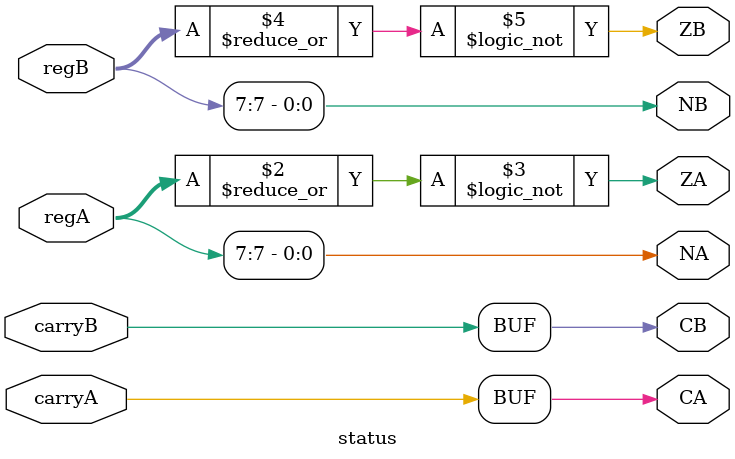
<source format=v>
module status(
	input [7:0] regA,
	input [7:0] regB,
	input carryA,
	input carryB,
	output reg CA, CB, ZA, ZB, NA, NB
	);

always @(*)
	begin
		ZA = ~|regA;
		ZB = ~|regB;
		NA = regA[7];
		NB = regB[7];
		CA = carryA;
		CB = carryB;
	end


endmodule

</source>
